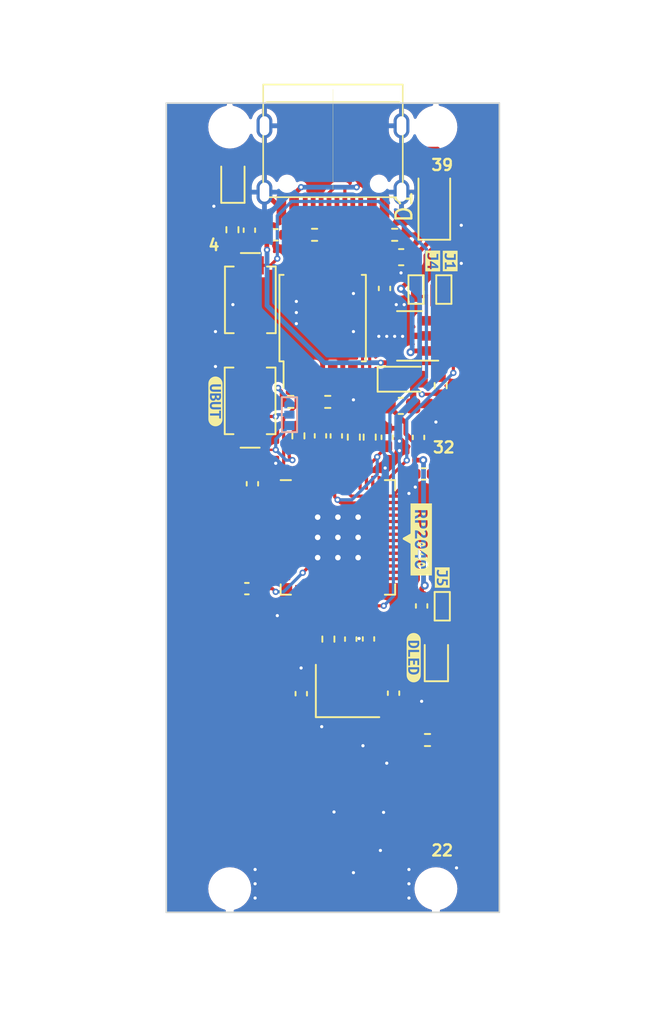
<source format=kicad_pcb>
(kicad_pcb (version 20221018) (generator pcbnew)
  (title_block (title "Mitayi Pico - PCB") (date "2023-02-20") (rev "0.5") (company "CIRCUITSTATE Electronics LLP") (comment 1 "Designed by Vishnu Mohanan") (comment 2 "Copyright 2021-2023 CIRCUITSTATE Electronics LLP") (comment 3 "Released under MIT Open-source License"))
  (layers (0 "F.Cu" signal) (31 "B.Cu" signal) (34 "B.Paste" user) (35 "F.Paste" user) (36 "B.SilkS" user "B.Silkscreen") (37 "F.SilkS" user "F.Silkscreen") (38 "B.Mask" user) (39 "F.Mask" user) (44 "Edge.Cuts" user))
  (net 0 "")
  (net 1 "+1V1")
  (net 2 "GND")
  (net 3 "+3V3")
  (net 4 "VBUS")
  (net 5 "/RUN")
  (net 6 "/XIN")
  (net 7 "Net-(U2-BP)")
  (net 8 "/USB_D+")
  (net 9 "/USB_D-")
  (net 10 "Net-(C18-Pad1)")
  (net 11 "Net-(D2-K)")
  (net 12 "/GPIO0")
  (net 13 "/GPIO1")
  (net 14 "/GPIO2")
  (net 15 "/GPIO3")
  (net 16 "/GPIO4")
  (net 17 "/GPIO5")
  (net 18 "/GPIO6")
  (net 19 "/GPIO7")
  (net 20 "/GPIO8")
  (net 21 "/GPIO9")
  (net 22 "/GPIO10")
  (net 23 "/GPIO11")
  (net 24 "/GPIO12")
  (net 25 "/GPIO13")
  (net 26 "/GPIO14")
  (net 27 "/GPIO15")
  (net 28 "/GPIO16")
  (net 29 "/GPIO17")
  (net 30 "/GPIO18")
  (net 31 "/V_EN")
  (net 32 "/~{USB_BOOT}")
  (net 33 "/AREF")
  (net 34 "/GPIO29")
  (net 35 "/GPIO28")
  (net 36 "/GPIO27")
  (net 37 "/GPIO26")
  (net 38 "/GPIO25")
  (net 39 "/GPIO24")
  (net 40 "/GPIO23")
  (net 41 "/GPIO22")
  (net 42 "/GPIO21")
  (net 43 "/GPIO20")
  (net 44 "/GPIO19")
  (net 45 "/SWCLK")
  (net 46 "/SWDIO")
  (net 47 "/QSPI_SS")
  (net 48 "/XOUT")
  (net 49 "/QSPI_SD1")
  (net 50 "/QSPI_SD2")
  (net 51 "/QSPI_SD0")
  (net 52 "/QSPI_SCLK")
  (net 53 "/QSPI_SD3")
  (net 54 "Net-(D2-A)")
  (net 55 "Net-(D3-K)")
  (net 56 "Net-(J2-CC1)")
  (net 58 "/VSYS")
  (net 59 "Net-(J2-CC2)")
  (net 61 "Net-(JP6-C)")
  (net 62 "Net-(U3-USB-DP)")
  (net 63 "Net-(U3-USB-DM)")
  (footprint "CIRCUITSTATE_Jumper_SMD:Solder-Jumper_2P_Open_0402" (layer "F.Cu") (at 154.1 95.31 -90)
    (fp_text reference "JP5" hide)
    (fp_text value "DEB_EN")
  )
  (footprint "LED_SMD:LED_0603_1608Metric" (layer "F.Cu") (at 153.73 98.55 90)
    (fp_text reference "D2" hide)
    (fp_text value "DBG_LED")
  )
  (footprint "Capacitor_SMD:C_0402_1005Metric_Pad0.74x0.62mm_HandSolder" (layer "F.Cu") (at 145.21 100.82 90)
    (fp_text reference "C17" hide)
    (fp_text value "30pF")
  )
  (footprint "Capacitor_SMD:C_0402_1005Metric_Pad0.74x0.62mm_HandSolder" (layer "F.Cu") (at 142.13 87.59 90)
    (fp_text reference "C12" hide)
    (fp_text value "100n")
  )
  (footprint "Capacitor_SMD:C_0603_1608Metric" (layer "F.Cu") (at 151.51 73.31 180)
    (fp_text reference "C13" hide)
    (fp_text value "10u")
  )
  (footprint "Capacitor_SMD:C_0402_1005Metric_Pad0.74x0.62mm_HandSolder" (layer "F.Cu") (at 141.78 94.2 180)
    (fp_text reference "C6" hide)
    (fp_text value "100n")
  )
  (footprint "Capacitor_SMD:C_0402_1005Metric_Pad0.74x0.62mm_HandSolder" (layer "F.Cu") (at 152.605 84.67 90)
    (fp_text reference "C11" hide)
    (fp_text value "100n")
  )
  (footprint "kibuzzard-632CA15B" (layer "F.Cu") (at 152.775 91.1 -90)
    (fp_text reference "kibuzzard-632CA15B" hide)
    (fp_text value "G***" hide)
  )
  (footprint "Capacitor_SMD:C_0402_1005Metric_Pad0.74x0.62mm_HandSolder" (layer "F.Cu") (at 141.94 71.61 90)
    (fp_text reference "C19" hide)
    (fp_text value "1u")
  )
  (footprint "Resistor_SMD:R_0402_1005Metric_Pad0.72x0.64mm_HandSolder" (layer "F.Cu") (at 144.55 82.43 180)
    (fp_text reference "R2" hide)
    (fp_text value "1k")
  )
  (footprint "Resistor_SMD:R_0402_1005Metric_Pad0.72x0.64mm_HandSolder" (layer "F.Cu") (at 153.17 103.74 180)
    (fp_text reference "R7" hide)
    (fp_text value "470R")
  )
  (footprint "MountingHole:MountingHole_2.2mm_M2" (layer "F.Cu") (at 153.7 113.11)
    (fp_text reference "H3" hide)
    (fp_text value "MountingHole")
  )
  (footprint "Resistor_SMD:R_0402_1005Metric_Pad0.72x0.64mm_HandSolder" (layer "F.Cu") (at 146.92 97.38 -90)
    (fp_text reference "R10" hide)
    (fp_text value "1k")
  )
  (footprint "kibuzzard-631DCDB3" (layer "F.Cu") (at 153.5 73.55 -90)
    (fp_text reference "kibuzzard-631DCDB3" hide)
    (fp_text value "G***" hide)
  )
  (footprint "Capacitor_SMD:C_0402_1005Metric_Pad0.74x0.62mm_HandSolder" (layer "F.Cu") (at 152.93 86.97)
    (fp_text reference "C10" hide)
    (fp_text value "100n")
  )
  (footprint "CIRCUITSTATE-QFN:RP2040-QFN-56" (layer "F.Cu") (at 147.52 90.97)
    (fp_text reference "U3" hide)
    (fp_text value "RP2040")
  )
  (footprint "Resistor_SMD:R_0402_1005Metric_Pad0.72x0.64mm_HandSolder" (layer "F.Cu") (at 148.525 84.65 -90)
    (fp_text reference "R5" hide)
    (fp_text value "27R")
  )
  (footprint "Capacitor_SMD:C_0402_1005Metric_Pad0.74x0.62mm_HandSolder" (layer "F.Cu") (at 149.45 97.37 -90)
    (fp_text reference "C2" hide)
    (fp_text value "100n")
  )
  (footprint "Package_SO:SOIC-8_5.23x5.23mm_P1.27mm" (layer "F.Cu") (at 146.56 77.15 90)
    (fp_text reference "U1" hide)
    (fp_text value "W25Q128JVS")
  )
  (footprint "Capacitor_SMD:C_0402_1005Metric_Pad0.74x0.62mm_HandSolder" (layer "F.Cu") (at 147.42 84.575 90)
    (fp_text reference "C5" hide)
    (fp_text value "1u")
  )
  (footprint "Resistor_SMD:R_0402_1005Metric_Pad0.72x0.64mm_HandSolder" (layer "F.Cu") (at 146.88 82.43 180)
    (fp_text reference "R1" hide)
    (fp_text value "DNP")
  )
  (footprint "Capacitor_SMD:C_0402_1005Metric_Pad0.74x0.62mm_HandSolder" (layer "F.Cu") (at 150.63 84.66 90)
    (fp_text reference "C4" hide)
    (fp_text value "1u")
  )
  (footprint "Capacitor_SMD:C_0402_1005Metric_Pad0.74x0.62mm_HandSolder" (layer "F.Cu") (at 143.61 71.9)
    (fp_text reference "C1" hide)
    (fp_text value "100n")
  )
  (footprint "CIRCUITSTATE_Jumper_SMD:Solder-Jumper_2P_Open_0402" (layer "F.Cu") (at 154.2 75.35 90)
    (fp_text reference "JP1" hide)
    (fp_text value "AREF_SEL")
  )
  (footprint "Resistor_SMD:R_0402_1005Metric_Pad0.72x0.64mm_HandSolder" (layer "F.Cu") (at 154 81.41 -90)
    (fp_text reference "R9" hide)
    (fp_text value "10K")
  )
  (footprint "Capacitor_SMD:C_0402_1005Metric_Pad0.74x0.62mm_HandSolder" (layer "F.Cu") (at 148.33 97.38 90)
    (fp_text reference "C9" hide)
    (fp_text value "100n")
  )
  (footprint "Capacitor_SMD:C_0402_1005Metric_Pad0.74x0.62mm_HandSolder" (layer "F.Cu") (at 152.8 95.29 -90)
    (fp_text reference "C8" hide)
    (fp_text value "100n")
  )
  (footprint "Capacitor_SMD:C_0603_1608Metric" (layer "F.Cu") (at 151.49 82.68)
    (fp_text reference "C15" hide)
    (fp_text value "10u")
  )
  (footprint "MountingHole:MountingHole_2.2mm_M2" (layer "F.Cu") (at 140.7 113.11)
    (fp_text reference "H2" hide)
    (fp_text value "MountingHole")
  )
  (footprint "CIRCUITSTATE_Connector_USB:Korean-Hroparts-Elec_TYPE-C-31-M-12" (layer "F.Cu") (at 147.21 65.03 180)
    (fp_text reference "J2" hide)
    (fp_text value "USB_C_Receptacle_USB2.0")
  )
  (footprint "Capacitor_SMD:C_0402_1005Metric_Pad0.74x0.62mm_HandSolder" (layer "F.Cu") (at 150.46 75.28 90)
    (fp_text reference "C16" hide)
    (fp_text value "470pF")
  )
  (footprint "CIRCUITSTATE_Jumper_SMD:Solder-Jumper_2P_Open_0402" (layer "F.Cu") (at 152.45 75.35 -90)
    (fp_text reference "JP4" hide)
    (fp_text value "VR1_CE")
  )
  (footprint "Resistor_SMD:R_0402_1005Metric_Pad0.72x0.64mm_HandSolder" (layer "F.Cu") (at 146.05 71.9 180)
    (fp_text reference "R4" hide)
    (fp_text value "5.1K")
  )
  (footprint "Crystal:Crystal_SMD_3225-4Pin_3.2x2.5mm" (layer "F.Cu") (at 148.13 100.65)
    (fp_text reference "Y1" hide)
    (fp_text value "YIC-12M20P2/XT324-10/10")
  )
  (footprint "Resistor_SMD:R_0402_1005Metric_Pad0.72x0.64mm_HandSolder" (layer "F.Cu") (at 140.87 71.58 90)
    (fp_text reference "R8" hide)
    (fp_text value "470R")
  )
  (footprint "Diode_SMD:D_SOD-123F" (layer "F.Cu") (at 153.6 70 90)
    (fp_text reference "D1")
    (fp_text value "PMEG4005EJ")
  )
  (footprint "LED_SMD:LED_0603_1608Metric" (layer "F.Cu") (at 140.9 68.4 90)
    (fp_text reference "D3" hide)
    (fp_text value "POW_LED")
  )
  (footprint "MountingHole:MountingHole_2.2mm_M2" (layer "F.Cu") (at 153.7 65.11)
    (fp_text reference "H4" hide)
    (fp_text value "MountingHole")
  )
  (footprint "kibuzzard-631DCE60" (layer "F.Cu") (at 154.1 93.5 -90)
    (fp_text reference "kibuzzard-631DCE60" hide)
    (fp_text value "G***" hide)
  )
  (footprint "MountingHole:MountingHole_2.2mm_M2" (layer "F.Cu") (at 140.7 65.11)
    (fp_text reference "H1" hide)
    (fp_text value "MountingHole")
  )
  (footprint "CIRCUITSTATE_Switch_SMD:CK_SW_SPST_UK-B0273-SP25Y" (layer "F.Cu") (at 142 76 -90)
    (fp_text reference "SW1" hide)
    (fp_text value "Reset")
  )
  (footprint "Capacitor_SMD:C_0402_1005Metric_Pad0.74x0.62mm_HandSolder" (layer "F.Cu") (at 151.03 100.79 -90)
    (fp_text reference "C18" hide)
    (fp_text value "30pF")
  )
  (footprint "kibuzzard-631DCCA6" (layer "F.Cu") (at 139.8 82.4 -90)
    (fp_text reference "kibuzzard-631DCCA6" hide)
    (fp_text value "G***" hide)
  )
  (footprint "Capacitor_SMD:C_0402_1005Metric_Pad0.74x0.62mm_HandSolder" (layer "F.Cu") (at 146.42 84.57 90)
    (fp_text reference "C7" hide)
    (fp_text value "100n")
  )
  (footprint "Resistor_SMD:R_0402_1005Metric_Pad0.72x0.64mm_HandSolder" (layer "F.Cu") (at 149.525 84.65 -90)
    (fp_text reference "R6" hide)
    (fp_text value "27R")
  )
  (footprint "kibuzzard-631DCD0C" (layer "F.Cu") (at 152.3 98.55 -90)
    (fp_text reference "kibuzzard-631DCD0C" hide)
    (fp_text value "G***" hide)
  )
  (footprint "Capacitor_Tantalum_SMD:CP_EIA-2012-12_Kemet-R" (layer "F.Cu") (at 151.735 81)
    (fp_text reference "C14" hide)
    (fp_text value "2.2uF")
  )
  (footprint "Resistor_SMD:R_0402_1005Metric_Pad0.72x0.64mm_HandSolder" (layer "F.Cu") (at 151.1 71.9)
    (fp_text reference "R3" hide)
    (fp_text value "5.1K")
  )
  (footprint "Package_TO_SOT_SMD:SOT-23-5" (layer "F.Cu") (at 152.05 78.27 180)
    (fp_text reference "U2" hide)
    (fp_text value "MIC5219-3.3YM5")
  )
  (footprint "Resistor_SMD:R_0402_1005Metric_Pad0.72x0.64mm_HandSolder" (layer "F.Cu") (at 145.03 84.57 -90)
    (fp_text reference "R11" hide)
    (fp_text value "5.1K")
  )
  (footprint "CIRCUITSTATE_Switch_SMD:CK_SW_SPST_UK-B0273-SP25Y" (layer "F.Cu") (at 141.985 82.365 90)
    (fp_text reference "SW2" hide)
    (fp_text value "UBUT")
  )
  (footprint "kibuzzard-631DCDA0" (layer "F.Cu") (at 154.6 73.55 -90)
    (fp_text reference "kibuzzard-631DCDA0" hide)
    (fp_text value "G***" hide)
  )
  (footprint "CIRCUITSTATE_Jumper_SMD:Solder-Jumper_3P_Open_0402" (layer "B.Cu") (at 144.465 83.235 -90)
    (fp_text reference "JP6" hide)
    (fp_text value "UBUT_SEL")
  )
  (footprint "LOGO" (layer "B.Cu") (at 146.9 71.9 180)
    (fp_text reference "G***" hide)
    (fp_text value "LOGO" hide)
  )
  (gr_line (start 136.7 63.6) (end 157.7 63.6) (stroke (width 0.1)) (layer "Edge.Cuts"))
  (gr_line (start 157.7 114.6) (end 136.7 114.6) (stroke (width 0.1)) (layer "Edge.Cuts"))
  (gr_line (start 157.7 63.6) (end 157.7 114.6) (stroke (width 0.1)) (layer "Edge.Cuts"))
  (gr_line (start 136.7 114.6) (end 136.7 63.6) (stroke (width 0.1)) (layer "Edge.Cuts"))
  (gr_text "39" (at 154.1 67.5) (layer "F.SilkS") (effects (font (size 0.7 0.7))))
  (gr_text "32" (at 154.2 85.3) (layer "F.SilkS") (effects (font (size 0.7 0.7))))
  (gr_text "22" (at 154.1 110.7) (layer "F.SilkS") (effects (font (size 0.7 0.7))))
  (gr_text "4" (at 139.7 72.55) (layer "F.SilkS") (effects (font (size 0.7 0.7))))
  (gr_text "▼" (at 152.05 91.05 270) (layer "F.SilkS") (effects (font (size 0.8 0.8))))
  (segment (start 149.6 92.465736) (end 149.6 89.2) (width 0.2) (layer "F.Cu") (net 1))
  (segment (start 149.2 88.8) (end 147.7 88.8) (width 0.2) (layer "F.Cu") (net 1))
  (segment (start 149.6 89.2) (end 149.2 88.8) (width 0.2) (layer "F.Cu") (net 1))
  (segment (start 150 85.9) (end 150 85.8575) (width 0.2) (layer "F.Cu") (net 1))
  (segment (start 147.32 87.5325) (end 147.32 88.42) (width 0.2) (layer "F.Cu") (net 1))
  (segment (start 149.32 86.58) (end 149.32 87.5325) (width 0.2) (layer "F.Cu") (net 1))
  (segment (start 147.7 88.8) (end 147.5 88.6) (width 0.2) (layer "F.Cu") (net 1))
  (segment (start 150 85.8575) (end 150.63 85.2275) (width 0.2) (layer "F.Cu") (net 1))
  (segment (start 150 85.9) (end 149.32 86.58) (width 0.2) (layer "F.Cu") (net 1))
  (segment (start 148.12 94.4075) (end 148.12 93.945736) (width 0.2) (layer "F.Cu") (net 1))
  (segment (start 148.12 95.36727) (end 148.12 94.4075) (width 0.2) (layer "F.Cu") (net 1))
  (segment (start 148.12 93.945736) (end 149.6 92.465736) (width 0.2) (layer "F.Cu") (net 1))
  (segment (start 149.45 96.69727) (end 148.12 95.36727) (width 0.2) (layer "F.Cu") (net 1))
  (segment (start 147.32 88.42) (end 147.5 88.6) (width 0.2) (layer "F.Cu") (net 1))
  (via (at 150 85.9) (size 0.4) (drill 0.2) (layers "F.Cu" "B.Cu") (net 1))
  (via (at 147.5 88.6) (size 0.4) (drill 0.2) (layers "F.Cu" "B.Cu") (net 1))
  (segment (start 148.4 88.6) (end 147.5 88.6) (width 0.2) (layer "B.Cu") (net 1))
  (segment (start 150 85.9) (end 150 87) (width 0.2) (layer "B.Cu") (net 1))
  (segment (start 150 87) (end 148.4 88.6) (width 0.2) (layer "B.Cu") (net 1))
  (segment (start 150.63 83.93) (end 150 83.3) (width 0.3) (layer "F.Cu") (net 2))
  (segment (start 146.52 94.4075) (end 146.52 95.68) (width 0.2) (layer "F.Cu") (net 2))
  (segment (start 152.265 82.68) (end 152.265 81.3575) (width 0.4) (layer "F.Cu") (net 2))
  (segment (start 145.2 97) (end 145.2 99.2) (width 0.2) (layer "F.Cu") (net 2))
  (segment (start 144.11 70.13) (end 143.81 70.13) (width 0.3) (layer "F.Cu") (net 2))
  (segment (start 153.1875 78.27) (end 151.63 78.27) (width 0.4) (layer "F.Cu") (net 2))
  (segment (start 146.52 95.68) (end 145.2 97) (width 0.2) (layer "F.Cu") (net 2))
  (segment (start 151.63 78.27) (end 151.6 78.3) (width 0.4) (layer "F.Cu") (net 2))
  (segment (start 152.265 81.3575) (end 152.6225 81) (width 0.4) (layer "F.Cu") (net 2))
  (segment (start 143.81 70.13) (end 142.89 69.21) (width 0.3) (layer "F.Cu") (net 2))
  (segment (start 140.87 72.1125) (end 141.94 71.0425) (width 0.3) (layer "F.Cu") (net 2))
  (segment (start 148.85625 97.34375) (end 149.45 97.9375) (width 0.3) (layer "F.Cu") (net 2))
  (segment (start 150.735 73.535) (end 151.5 74.3) (width 0.4) (layer "F.Cu") (net 2))
  (segment (start 148.33 96.8175) (end 148.85625 97.34375) (width 0.3) (layer "F.Cu") (net 2))
  (via (at 152 112.8) (size 0.4) (drill 0.2) (layers "F.Cu" "B.Cu") (net 2))
  (via (at 152.4 87.8) (size 0.4) (drill 0.2) (layers "F.Cu" "B.Cu") (net 2))
  (via (at 146.5 102.9) (size 0.4) (drill 0.2) (layers "F.Cu" "B.Cu") (net 2))
  (via (at 155.3 73.7) (size 0.4) (drill 0.2) (layers "F.Cu" "B.Cu") (net 2))
  (via (at 142.3 113.7) (size 0.4) (drill 0.2) (layers "F.Cu" "B.Cu") (net 2))
  (via (at 151.7 76.3) (size 0.4) (drill 0.2) (layers "F.Cu" "B.Cu") (net 2))
  (via (at 151.4 85.5) (size 0.4) (drill 0.2) (layers "F.Cu" "B.Cu") (net 2))
  (via (at 150.6 105.2) (size 0.4) (drill 0.2) (layers "F.Cu" "B.Cu") (net 2))
  (via (at 151.6 78.3) (size 0.4) (drill 0.2) (layers "F.Cu" "B.Cu") (net 2))
  (via (at 150.5 86.6) (size 0.4) (drill 0.2) (layers "F.Cu" "B.Cu") (net 2))
  (via (at 153.7 83.7) (size 0.4) (drill 0.2) (layers "F.Cu" "B.Cu") (net 2))
  (via (at 149.1 104.1) (size 0.4) (drill 0.2) (layers "F.Cu" "B.Cu") (net 2))
  (via (at 148.5 78) (size 0.4) (drill 0.2) (layers "F.Cu" "B.Cu") (net 2))
  (via (at 144.9 76.8) (size 0.4) (drill 0.2) (layers "F.Cu" "B.Cu") (net 2))
  (via (at 150.2 110.7) (size 0.4) (drill 0.2) (layers "F.Cu" "B.Cu") (net 2))
  (via (at 150.4 108.3) (size 0.4) (drill 0.2) (layers "F.Cu" "B.Cu") (net 2))
  (via (at 140.9 76.3) (size 0.4) (drill 0.2) (layers "F.Cu" "B.Cu") (net 2))
  (via (at 143.6 86.3) (size 0.4) (drill 0.2) (layers "F.Cu" "B.Cu") (net 2))
  (via (at 151.4 84.9) (size 0.4) (drill 0.2) (layers "F.Cu" "B.Cu") (net 2))
  (via (at 139.7 70.1) (size 0.4) (drill 0.2) (layers "F.Cu" "B.Cu") (net 2))
  (via (at 152 113.7) (size 0.4) (drill 0.2) (layers "F.Cu" "B.Cu") (net 2))
  (via (at 152.8 101.3) (size 0.4) (drill 0.2) (layers "F.Cu" "B.Cu") (net 2))
  (via (at 148.85625 97.34375) (size 0.4) (drill 0.2) (layers "F.Cu" "B.Cu") (net 2))
  (via (at 150.6 78.3) (size 0.4) (drill 0.2) (layers "F.Cu" "B.Cu") (net 2))
  (via (at 148.5 112.1) (size 0.4) (drill 0.2) (layers "F.Cu" "B.Cu") (net 2))
  (via (at 151.5 74.3) (size 0.4) (drill 0.2) (layers "F.Cu" "B.Cu") (net 2))
  (via (at 139.8 80.2) (size 0.4) (drill 0.2) (layers "F.Cu" "B.Cu") (net 2))
  (via (at 151.1 78.3) (size 0.4) (drill 0.2) (layers "F.Cu" "B.Cu") (net 2))
  (via (at 144.9 76.1) (size 0.4) (drill 0.2) (layers "F.Cu" "B.Cu") (net 2))
  (via (at 145.2 99.2) (size 0.4) (drill 0.2) (layers "F.Cu" "B.Cu") (net 2))
  (via (at 148.5 82.3) (size 0.4) (drill 0.2) (layers "F.Cu" "B.Cu") (net 2))
  (via (at 150.1 78.3) (size 0.4) (drill 0.2) (layers "F.Cu" "B.Cu") (net 2))
  (via (at 155.3 71.3) (size 0.4) (drill 0.2) (layers "F.Cu" "B.Cu") (net 2))
  (via (at 144.9 77.5) (size 0.4) (drill 0.2) (layers "F.Cu" "B.Cu") (net 2))
  (via (at 147.275 108.275) (size 0.4) (drill 0.2) (layers "F.Cu" "B.Cu") (net 2))
  (via (at 142.3 112.8) (size 0.4) (drill 0.2) (layers "F.Cu" "B.Cu") (net 2))
  (via (at 152 111.9) (size 0.4) (drill 0.2) (layers "F.Cu" "B.Cu") (net 2))
  (via (at 142.3 111.9) (size 0.4) (drill 0.2) (layers "F.Cu" "B.Cu") (net 2))
  (via (at 139.8 78) (size 0.4) (drill 0.2) (layers "F.Cu" "B.Cu") (net 2))
  (via (at 148.5 75.6) (size 0.4) (drill 0.2) (layers "F.Cu" "B.Cu") (net 2))
  (via (at 151.2 76.3) (size 0.4) (drill 0.2) (layers "F.Cu" "B.Cu") (net 2))
  (via (at 143.7 95.9) (size 0.4) (drill 0.2) (layers "F.Cu" "B.Cu") (net 2))
  (via (at 155 111.8) (size 0.4) (drill 0.2) (layers "F.Cu" "B.Cu") (net 2))
  (via (at 152 88.2) (size 0.4) (drill 0.2) (layers "F.Cu" "B.Cu") (net 2))
  (segment (start 151.9 98.7) (end 152 98.6) (width 0.3) (layer "F.Cu") (net 3))
  (segment (start 147.72 87.5325) (end 148.12 87.5325) (width 0.2) (layer "F.Cu") (net 3))
  (segment (start 145.7625 85.1375) (end 145.7625 83.4375) (width 0.3) (layer "F.Cu") (net 3))
  (segment (start 146.42 85.1375) (end 147.415 85.1375) (width 0.3) (layer "F.Cu") (net 3))
  (segment (start 146.42 85.1375) (end 145.7625 85.1375) (width 0.3) (layer "F.Cu") (net 3))
  (segment (start 151.0125 79.9625) (end 150.2189 79.9625) (width 0.3) (layer "F.Cu") (net 3))
  (segment (start 144.87 91.97) (end 144.87 92.12) (width 0.2) (layer "F.Cu") (net 3))
  (segment (start 150.9575 91.97) (end 150.22 91.97) (width 0.2) (layer "F.Cu") (net 3))
  (segment (start 151.8 98.8) (end 151.9 98.7) (width 0.3) (layer "F.Cu") (net 3))
  (segment (start 142.7875 87.5) (end 142.13 88.1575) (width 0.2) (layer "F.Cu") (net 3))
  (segment (start 151.0125 79.9625) (end 151.0125 80.835) (width 0.3) (layer "F.Cu") (net 3))
  (segment (start 147.2 93.4) (end 147.72 93.92) (width 0.2) (layer "F.Cu") (net 3))
  (segment (start 151.8 83.765) (end 151.8 84.4325) (width 0.3) (layer "F.Cu") (net 3))
  (segment (start 154.4 79.6) (end 154.4 77.233604) (width 0.3) (layer "F.Cu") (net 3))
  (segment (start 154.0375 79.9625) (end 154.0375 80.775) (width 0.3) (layer "F.Cu") (net 3))
  (segment (start 149.72 87.5325) (end 149.72 88.32) (width 0.2) (layer "F.Cu") (net 3))
  (segment (start 150.9575 88.37) (end 152.3575 86.97) (width 0.2) (layer "F.Cu") (net 3))
  (segment (start 141.2125 67.6125) (end 141.9 68.3) (width 0.3) (layer "F.Cu") (net 3))
  (segment (start 151.8 84.4325) (end 152.605 85.2375) (width 0.3) (layer "F.Cu") (net 3))
  (segment (start 150.715 82.68) (end 151.8 83.765) (width 0.3) (layer "F.Cu") (net 3))
  (segment (start 153.5 76.333604) (end 153.5 75.1) (width 0.3) (layer "F.Cu") (net 3))
  (segment (start 150 88.5) (end 149.87 88.37) (width 0.2) (layer "F.Cu") (net 3))
  (segment (start 146.8075 83.1) (end 147.4775 82.43) (width 0.3) (layer "F.Cu") (net 3))
  (segment (start 144.0825 87.9825) (end 143.6 87.5) (width 0.2) (layer "F.Cu") (net 3))
  (segment (start 152 98.6) (end 152 95.4) (width 0.3) (layer "F.Cu") (net 3))
  (segment (start 147.72 93.92) (end 147.72 94.4075) (width 0.2) (layer "F.Cu") (net 3))
  (segment (start 152.9695 93.973) (end 152.9695 92.811756) (width 0.2) (layer "F.Cu") (net 3))
  (segment (start 154.4 77.233604) (end 153.5 76.333604) (width 0.3) (layer "F.Cu") (net 3))
  (segment (start 147.72 94.4075) (end 147.72 97.62) (width 0.2) (layer "F.Cu") (net 3))
  (segment (start 148.33 97.9475) (end 149.1825 98.8) (width 0.3) (layer "F.Cu") (net 3))
  (segment (start 151.0125 79.9625) (end 154.0375 79.9625) (width 0.3) (layer "F.Cu") (net 3))
  (segment (start 152.3625 85.48) (end 152.3625 86.0625) (width 0.3) (layer "F.Cu") (net 3))
  (segment (start 144.87 92.12) (end 145.625 92.875) (width 0.2) (layer "F.Cu") (net 3))
  (segment (start 145.7625 83.4375) (end 146.1 83.1) (width 0.3) (layer "F.Cu") (net 3))
  (segment (start 152.605 85.2375) (end 152.3625 85.48) (width 0.3) (layer "F.Cu") (net 3))
  (segment (start 152.8 94.1965) (end 152.8 94.7225) (width 0.3) (layer "F.Cu") (net 3))
  (segment (start 147.72 87.5325) (end 147.72 85.4425) (width 0.2) (layer "F.Cu") (net 3))
  (segment (start 148.37 88.37) (end 149.77 88.37) (width 0.2) (layer "F.Cu") (net 3))
  (segment (start 149.72 88.32) (end 149.77 88.37) (width 0.2) (layer "F.Cu") (net 3))
  (segment (start 154.0375 79.9625) (end 154.4 79.6) (width 0.3) (layer "F.Cu") (net 3))
  (segment (start 152 95.4) (end 152.6775 94.7225) (width 0.3) (layer "F.Cu") (net 3))
  (segment (start 150 91.75) (end 150 88.5) (width 0.2) (layer "F.Cu") (net 3))
  (segment (start 145.7625 85.1375) (end 145.06 85.1375) (width 0.3) (layer "F.Cu") (net 3))
  (segment (start 150.22 91.97) (end 150 91.75) (width 0.2) (layer "F.Cu") (net 3))
  (segment (start 153.5 75.1) (end 153.69 74.91) (width 0.3) (layer "F.Cu") (net 3))
  (segment (start 147.72 85.4425) (end 147.42 85.1425) (width 0.2) (layer "F.Cu") (net 3))
  (segment (start 143.6 87.5) (end 142.7875 87.5) (width 0.2) (layer "F.Cu") (net 3))
  (segment (start 148.12 88.12) (end 148.37 88.37) (width 0.2) (layer "F.Cu") (net 3))
  (segment (start 153.69 74.91) (end 154.2 74.91) (width 0.3) (layer "F.Cu") (net 3))
  (segment (start 148.0475 97.9475) (end 148.33 97.9475) (width 0.2) (layer "F.Cu") (net 3))
  (segment (start 143.0425 71.0425) (end 143.0425 71.9) (width 0.3) (layer "F.Cu") (net 3))
  (segment (start 141.9 68.3) (end 141.9 69.9) (width 0.3) (layer "F.Cu") (net 3))
  (segment (start 144.87 88.57) (end 144.67 88.37) (width 0.2) (layer "F.Cu") (net 3))
  (segment (start 149.77 88.37) (end 149.87 88.37) (width 0.2) (layer "F.Cu") (net 3))
  (segment (start 151.0125 79.32) (end 151.0125 79.9625) (width 0.3) (layer "F.Cu") (net 3))
  (segment (start 148.12 87.5325) (end 148.12 88.12) (width 0.2) (layer "F.Cu") (net 3))
  (segment (start 144.0825 88.37) (end 144.0825 87.9825) (width 0.2) (layer "F.Cu") (net 3))
  (segment (start 145.625 92.875) (end 146.15 93.4) (width 0.2) (layer "F.Cu") (net 3))
  (segment (start 150.8475 81) (end 150.8475 82.5475) (width 0.3) (layer "F.Cu") (net 3))
  (segment (start 143.4 94.2) (end 143.6 94.4) (width 0.2) (layer "F.Cu") (net 3))
  (segment (start 144.67 88.37) (end 144.0825 88.37) (width 0.2) (layer "F.Cu") (net 3))
  (segment (start 147.72 97.62) (end 148.0475 97.9475) (width 0.2) (layer "F.Cu") (net 3))
  (segment (start 149.1825 98.8) (end 151.8 98.8) (width 0.3) (layer "F.Cu") (net 3))
  (segment (start 152.9695 92.811756) (end 152.127744 91.97) (width 0.2) (layer "F.Cu") (net 3))
  (segment (start 141.9 69.9) (end 143.0425 71.0425) (width 0.3) (layer "F.Cu") (net 3))
  (segment (start 145.3 93.2) (end 145.625 92.875) (width 0.2) (layer "F.Cu") (net 3))
  (segment (start 144.87 91.97) (end 144.0825 91.97) (width 0.2) (layer "F.Cu") (net 3))
  (segment (start 149.87 88.37) (end 150.9575 88.37) (width 0.2) (layer "F.Cu") (net 3))
  (segment (start 152.127744 91.97) (end 150.9575 91.97) (width 0.2) (layer "F.Cu") (net 3))
  (segment (start 152.9965 94) (end 152.8 94.1965) (width 0.3) (layer "F.Cu") (net 3))
  (segment (start 152.3625 86.0625) (end 152.3625 86.97) (width 0.3) (layer "F.Cu") (net 3))
  (segment (start 144.87 91.97) (end 144.87 88.57) (width 0.2) (layer "F.Cu") (net 3))
  (segment (start 152.4 86.1) (end 152.3625 86.0625) (width 0.3) (layer "F.Cu") (net 3))
  (segment (start 152.9 86.1) (end 152.4 86.1) (width 0.3) (layer "F.Cu") (net 3))
  (segment (start 142.3475 94.2) (end 143.4 94.2) (width 0.2) (layer "F.Cu") (net 3))
  (segment (start 152.9965 94) (end 152.9695 93.973) (width 0.2) (layer "F.Cu") (net 3))
  (segment (start 146.15 93.4) (end 147.2 93.4) (width 0.2) (layer "F.Cu") (net 3))
  (segment (start 146.1 83.1) (end 146.8075 83.1) (width 0.3) (layer "F.Cu") (net 3))
  (segment (start 143.0425 72.8369) (end 143.0528 72.8472) (width 0.3) (layer "F.Cu") (net 3))
  (segment (start 143.0425 71.9) (end 143.0425 72.8369) (width 0.3) (layer "F.Cu") (net 3))
  (via (at 145.3 93.2) (size 0.4) (drill 0.2) (layers "F.Cu" "B.Cu") (net 3))
  (via (at 152.9965 94) (size 0.508) (drill 0.254) (layers "F.Cu" "B.Cu") (net 3))
  (via (at 143.0528 72.8472) (size 0.4) (drill 0.2) (layers "F.Cu" "B.Cu") (net 3))
  (via (at 150.2189 79.9625) (size 0.4) (drill 0.2) (layers "F.Cu" "B.Cu") (net 3))
  (via (at 143.6 94.4) (size 0.4) (drill 0.2) (layers "F.Cu" "B.Cu") (net 3))
  (via (at 152.9 86.1) (size 0.508) (drill 0.254) (layers "F.Cu" "B.Cu") (net 3))
  (segment (start 144.1 94.4) (end 145.3 93.2) (width 0.2) (layer "B.Cu") (net 3))
  (segment (start 152.92 86.12) (end 152.9 86.1) (width 0.3) (layer "B.Cu") (net 3))
  (segment (start 152.92 93.9235) (end 152.92 86.12) (width 0.3) (layer "B.Cu") (net 3))
  (segment (start 143.6 94.4) (end 144.1 94.4) (width 0.2) (layer "B.Cu") (net 3))
  (segment (start 146.655393 79.9625) (end 143.0528 76.359907) (width 0.3) (layer "B.Cu") (net 3))
  (segment (start 150.2189 79.9625) (end 146.655393 79.9625) (width 0.3) (layer "B.Cu") (net 3))
  (segment (start 152.9965 94) (end 152.92 93.9235) (width 0.3) (layer "B.Cu") (net 3))
  (segment (start 143.0528 76.359907) (end 143.0528 72.8472) (width 0.3) (layer "B.Cu") (net 3))
  (segment (start 149 66.5) (end 153.8 66.5) (width 0.3) (layer "F.Cu") (net 4))
  (segment (start 144.61 69.49) (end 145.2 68.9) (width 0.3) (layer "F.Cu") (net 4))
  (segment (start 144.61 70.13) (end 144.61 69.49) (width 0.3) (layer "F.Cu") (net 4))
  (segment (start 153.6 68.75) (end 153.6 66.7) (width 0.3) (layer "F.Cu") (net 4))
  (segment (start 148.7 68.9) (end 148.9 68.7) (width 0.3) (layer "F.Cu") (net 4))
  (segment (start 153.6 66.7) (end 153.8 66.5) (width 0.3) (layer "F.Cu") (net 4))
  (segment (start 149.81 70.13) (end 149.81 69.51) (width 0.3) (layer "F.Cu") (net 4))
  (segment (start 149.81 69.51) (end 149.05 68.75) (width 0.3) (layer "F.Cu") (net 4))
  (segment (start 148.51 68.21) (end 148.51 66.99) (width 0.3) (layer "F.Cu") (net 4))
  (segment (start 149.05 68.75) (end 148.51 68.21) (width 0.3) (layer "F.Cu") (net 4))
  (segment (start 148.51 66.99) (end 149 66.5) (width 0.3) (layer "F.Cu") (net 4))
  (segment (start 149 68.7) (end 149.05 68.75) (width 0.3) (layer "F.Cu") (net 4))
  (segment (start 148.9 68.7) (end 149 68.7) (width 0.3) (layer "F.Cu") (net 4))
  (via (at 145.2 68.9) (size 0.4) (drill 0.2) (layers "F.Cu" "B.Cu") (net 4))
  (via (at 148.7 68.9) (size 0.4) (drill 0.2) (layers "F.Cu" "B.Cu") (net 4))
  (segment (start 145.2 68.9) (end 148.7 68.9) (width 0.3) (layer "B.Cu") (net 4))
  (segment (start 149.519746 95.282094) (end 150.411781 95.282094) (width 0.2) (layer "F.Cu") (net 5))
  (segment (start 141.94 72.1775) (end 141.94 73.765) (width 0.2) (layer "F.Cu") (net 5))
  (segment (start 152.8145 81.95011) (end 153.94261 81.95011) (width 0.2) (layer "F.Cu") (net 5))
  (segment (start 143.275 73.825) (end 143.7 73.4) (width 0.2) (layer "F.Cu") (net 5))
  (segment (start 149.32 94.4075) (end 149.32 95.082348) (width 0.2) (layer "F.Cu") (net 5))
  (segment (start 142 73.825) (end 143.275 73.825) (width 0.2) (layer "F.Cu") (net 5))
  (segment (start 149.32 95.082348) (end 149.519746 95.282094) (width 0.2) (layer "F.Cu") (net 5))
  (via (at 143.7 73.4) (size 0.4) (drill 0.2) (layers "F.Cu" "B.Cu") (net 5))
  (via (at 150.411781 95.282094) (size 0.4) (drill 0.2) (layers "F.Cu" "B.Cu") (net 5))
  (via (at 152.8145 81.95011) (size 0.4) (drill 0.2) (layers "F.Cu" "B.Cu") (net 5))
  (segment (start 150.1 69.8) (end 153.1 72.8) (width 0.2) (layer "B.Cu") (net 5))
  (segment (start 144.6 69.8) (end 150.1 69.8) (width 0.2) (layer "B.Cu") (net 5))
  (segment (start 151.0195 85.755897) (end 150.8 85.536397) (width 0.2) (layer "B.Cu") (net 5))
  (segment (start 150.411781 95.282094) (end 151.0195 94.674375) (width 0.2) (layer "B.Cu") (net 5))
  (segment (start 152.423 81.557) (end 152.8145 81.9485) (width 0.2) (layer "B.Cu") (net 5))
  (segment (start 151.0195 94.674375) (end 151.0195 85.755897) (width 0.2) (layer "B.Cu") (net 5))
  (segment (start 153.1 79.4) (end 153.1088 79.4088) (width 0.2) (layer "B.Cu") (net 5))
  (segment (start 153.1 72.8) (end 153.1 79.4) (width 0.2) (layer "B.Cu") (net 5))
  (segment (start 152.8145 81.9485) (end 152.8145 81.95011) (width 0.2) (layer "B.Cu") (net 5))
  (segment (start 152.423 81.557) (end 153.1088 80.8712) (width 0.2) (layer "B.Cu") (net 5))
  (segment (start 143.7 70.7) (end 144.6 69.8) (width 0.2) (layer "B.Cu") (net 5))
  (segment (start 153.1088 79.4088) (end 153.1088 80.8712) (width 0.2) (layer "B.Cu") (net 5))
  (segment (start 150.8 83.18) (end 152.423 81.557) (width 0.2) (layer "B.Cu") (net 5))
  (segment (start 143.7 73.4) (end 143.7 70.7) (width 0.2) (layer "B.Cu") (net 5))
  (segment (start 150.8 85.536397) (end 150.8 83.18) (width 0.2) (layer "B.Cu") (net 5))
  (segment (start 145.9 101.3) (end 146 101.2) (width 0.2) (layer "F.Cu") (net 6))
  (segment (start 146 101.2) (end 146 96.7) (width 0.2) (layer "F.Cu") (net 6))
  (segment (start 146.92 95.78) (end 146.92 94.4075) (width 0.2) (layer "F.Cu") (net 6))
  (segment (start 146.83 101.3) (end 145.9 101.3) (width 0.2) (layer "F.Cu") (net 6))
  (segment (start 146 96.7) (end 146.92 95.78) (width 0.2) (layer "F.Cu") (net 6))
  (segment (start 145.9 101.3) (end 145.2975 101.3) (width 0.2) (layer "F.Cu") (net 6))
  (segment (start 150.9125 77.32) (end 150.65 77.0575) (width 0.3) (layer "F.Cu") (net 7))
  (segment (start 150.65 77.0575) (end 150.65 76.0375) (width 0.3) (layer "F.Cu") (net 7))
  (segment (start 150.65 76.0375) (end 150.46 75.8475) (width 0.3) (layer "F.Cu") (net 7))
  (segment (start 147.485 71.185) (end 149.074999 72.774999) (width 0.2) (layer "F.Cu") (net 8))
  (segment (start 146.685 71.185) (end 147.485 71.185) (width 0.2) (layer "F.Cu") (net 8))
  (segment (start 149.074999 83.502501) (end 148.525 84.0525) (width 0.2) (layer "F.Cu") (net 8))
  (segment (start 149.074999 72.774999) (end 149.074999 83.502501) (width 0.2) (layer "F.Cu") (net 8))
  (segment (start 146.46 70.96) (end 146.685 71.185) (width 0.2) (layer "F.Cu") (net 8))
  (segment (start 147.485 70.73) (end 147.485 71.185) (width 0.2) (layer "F.Cu") (net 8))
  (segment (start 146.46 70.13) (end 146.46 70.96) (width 0.2) (layer "F.Cu") (net 8))
  (segment (start 147.96 70.13) (end 147.96 71.06) (width 0.2) (layer "F.Cu") (net 9))
  (segment (start 147.355 68.86) (end 147.96 68.86) (width 0.2) (layer "F.Cu") (net 9))
  (segment (start 147.96 68.86) (end 147.96 70.13) (width 0.2) (layer "F.Cu") (net 9))
  (segment (start 146.96 69.255) (end 147.355 68.86) (width 0.2) (layer "F.Cu") (net 9))
  (segment (start 149.525 72.625) (end 149.525 84.0525) (width 0.2) (layer "F.Cu") (net 9))
  (segment (start 147.96 71.06) (end 149.525 72.625) (width 0.2) (layer "F.Cu") (net 9))
  (segment (start 146.96 70.13) (end 146.96 69.255) (width 0.2) (layer "F.Cu") (net 9))
  (segment (start 149.23 99.8) (end 150.6075 99.8) (width 0.2) (layer "F.Cu") (net 10))
  (segment (start 148.9 99.8) (end 147.0775 97.9775) (width 0.2) (layer "F.Cu") (net 10))
  (segment (start 150.6075 99.8) (end 151.03 100.2225) (width 0.2) (layer "F.Cu") (net 10))
  (segment (start 153.73 101.17) (end 153.73 99.3375) (width 0.2) (layer "F.Cu") (net 11))
  (segment (start 152.5725 103.74) (end 152.5725 102.3275) (width 0.2) (layer "F.Cu") (net 11))
  (segment (start 152.5725 102.3275) (end 153.73 101.17) (width 0.2) (layer "F.Cu") (net 11))
  (segment (start 144.65 86.1) (end 144.45 85.9) (width 0.2) (layer "F.Cu") (net 14))
  (segment (start 142.637599 89.57) (end 144.0825 89.57) (width 0.15) (layer "F.Cu") (net 14))
  (segment (start 144.45 84.5525) (end 145.03 83.9725) (width 0.2) (layer "F.Cu") (net 14))
  (segment (start 141.595 86.652599) (end 141.595 88.527401) (width 0.15) (layer "F.Cu") (net 14))
  (segment (start 144.45 85.9) (end 144.45 84.5525) (width 0.2) (layer "F.Cu") (net 14))
  (segment (start 143.6005 85.4505) (end 142.797099 85.4505) (width 0.15) (layer "F.Cu") (net 14))
  (segment (start 141.595 88.527401) (end 142.637599 89.57) (width 0.15) (layer "F.Cu") (net 14))
  (segment (start 142.797099 85.4505) (end 141.595 86.652599) (width 0.15) (layer "F.Cu") (net 14))
  (via (at 144.65 86.1) (size 0.4) (drill 0.2) (layers "F.Cu" "B.Cu") (net 14))
  (via (at 143.6005 85.4505) (size 0.4) (drill 0.2) (layers "F.Cu" "B.Cu") (net 14))
  (segment (start 143.6005 85.4505) (end 143.6005 84.7895) (width 0.2) (layer "B.Cu") (net 14))
  (segment (start 143.6005 84.7895) (end 144.465 83.925) (width 0.2) (layer "B.Cu") (net 14))
  (segment (start 144.25 86.1) (end 144.65 86.1) (width 0.2) (layer "B.Cu") (net 14))
  (segment (start 143.6005 85.4505) (end 144.25 86.1) (width 0.2) (layer "B.Cu") (net 14))
  (segment (start 152.45 75.79) (end 153.01 75.79) (width 0.2) (layer "F.Cu") (net 31))
  (segment (start 153.1 75.7) (end 153.1 77.2325) (width 0.2) (layer "F.Cu") (net 31))
  (segment (start 153.01 75.79) (end 153.1 75.7) (width 0.2) (layer "F.Cu") (net 31))
  (segment (start 143.9525 81.7525) (end 143.9525 82.43) (width 0.2) (layer "F.Cu") (net 32))
  (segment (start 143.75 81.55) (end 143.9525 81.7525) (width 0.2) (layer "F.Cu") (net 32))
  (via (at 143.75 81.55) (size 0.4) (drill 0.2) (layers "F.Cu" "B.Cu") (net 32))
  (segment (start 143.75 81.55) (end 143.75 81.6) (width 0.2) (layer "B.Cu") (net 32))
  (segment (start 144.465 82.315) (end 144.465 82.545) (width 0.2) (layer "B.Cu") (net 32))
  (segment (start 143.75 81.6) (end 144.465 82.315) (width 0.2) (layer "B.Cu") (net 32))
  (segment (start 154.8 80.6) (end 154.8 78.9) (width 0.2) (layer "F.Cu") (net 33))
  (segment (start 151.863 86.113898) (end 150.444398 87.5325) (width 0.2) (layer "F.Cu") (net 33))
  (segment (start 150.444398 87.5325) (end 150.12 87.5325) (width 0.2) (layer "F.Cu") (net 33))
  (segment (start 154.8 78.9) (end 156.1 77.6) (width 0.2) (layer "F.Cu") (net 33))
  (segment (start 154.29 75.79) (end 156.1 77.6) (width 0.2) (layer "F.Cu") (net 33))
  (via (at 151.863 86.113898) (size 0.4) (drill 0.2) (layers "F.Cu" "B.Cu") (net 33))
  (via (at 154.8 80.6) (size 0.4) (drill 0.2) (layers "F.Cu" "B.Cu") (net 33))
  (segment (start 151.863 86.113898) (end 151.863 83.537) (width 0.2) (layer "B.Cu") (net 33))
  (segment (start 151.863 83.537) (end 154.8 80.6) (width 0.2) (layer "B.Cu") (net 33))
  (segment (start 154.1 93.086091) (end 154.1 94.87) (width 0.15) (layer "F.Cu") (net 38))
  (segment (start 151.383909 90.37) (end 154.1 93.086091) (width 0.15) (layer "F.Cu") (net 38))
  (segment (start 150.9575 90.37) (end 151.383909 90.37) (width 0.15) (layer "F.Cu") (net 38))
  (segment (start 145.1475 82.43) (end 146.2825 82.43) (width 0.2) (layer "F.Cu") (net 47))
  (segment (start 144.1 83.4775) (end 145.1475 82.43) (width 0.2) (layer "F.Cu") (net 47))
  (segment (start 144.8825 87.5325) (end 144.1 86.75) (width 0.2) (layer "F.Cu") (net 47))
  (segment (start 144.92 87.5325) (end 144.8825 87.5325) (width 0.2) (layer "F.Cu") (net 47))
  (segment (start 144.1 86.75) (end 144.1 83.4775) (width 0.2) (layer "F.Cu") (net 47))
  (segment (start 146.92 96.7825) (end 147.32 96.3825) (width 0.2) (layer "F.Cu") (net 48))
  (segment (start 147.32 96.3825) (end 147.32 94.4075) (width 0.2) (layer "F.Cu") (net 48))
  (segment (start 154.1 96.8) (end 154.1 95.75) (width 0.2) (layer "F.Cu") (net 54))
  (segment (start 153.73 97.7625) (end 153.73 97.17) (width 0.2) (layer "F.Cu") (net 54))
  (segment (start 153.73 97.17) (end 154.1 96.8) (width 0.2) (layer "F.Cu") (net 54))
  (segment (start 140.87 70.9825) (end 140.87 69.2175) (width 0.2) (layer "F.Cu") (net 55))
  (segment (start 148.46 70.96) (end 148.46 70.13) (width 0.2) (layer "F.Cu") (net 56))
  (segment (start 149.4 71.9) (end 148.46 70.96) (width 0.2) (layer "F.Cu") (net 56))
  (segment (start 150.5025 71.9) (end 149.4 71.9) (width 0.2) (layer "F.Cu") (net 56))
  (segment (start 151.5 75.3) (end 151.89 74.91) (width 0.3) (layer "F.Cu") (net 58))
  (segment (start 152.18 79.22) (end 153.1875 79.22) (width 0.3) (layer "F.Cu") (net 58))
  (segment (start 153.6 71.995) (end 153.6 71.25) (width 0.3) (layer "F.Cu") (net 58))
  (segment (start 152.1 79.3) (end 152.18 79.22) (width 0.3) (layer "F.Cu") (net 58))
  (segment (start 151.89 74.91) (end 152.45 74.91) (width 0.3) (layer "F.Cu") (net 58))
  (segment (start 152.285 73.31) (end 153.6 71.995) (width 0.3) (layer "F.Cu") (net 58))
  (segment (start 152.285 74.745) (end 152.285 73.31) (width 0.3) (layer "F.Cu") (net 58))
  (via (at 152.1 79.3) (size 0.508) (drill 0.254) (layers "F.Cu" "B.Cu") (net 58))
  (via (at 151.5 75.3) (size 0.508) (drill 0.254) (layers "F.Cu" "B.Cu") (net 58))
  (segment (start 151.5 75.3) (end 152.2 76) (width 0.3) (layer "B.Cu") (net 58))
  (segment (start 152.2 76) (end 152.2 79.2) (width 0.3) (layer "B.Cu") (net 58))
  (segment (start 152.2 79.2) (end 152.1 79.3) (width 0.3) (layer "B.Cu") (net 58))
  (segment (start 145.46 70.96) (end 146.4 71.9) (width 0.2) (layer "F.Cu") (net 59))
  (segment (start 145.46 70.13) (end 145.46 70.96) (width 0.2) (layer "F.Cu") (net 59))
  (segment (start 142.55 83.35) (end 141.985 83.915) (width 0.2) (layer "F.Cu") (net 61))
  (segment (start 143.6005 83.35) (end 142.55 83.35) (width 0.2) (layer "F.Cu") (net 61))
  (segment (start 141.985 83.915) (end 141.985 84.54) (width 0.2) (layer "F.Cu") (net 61))
  (via (at 143.6005 83.35) (size 0.4) (drill 0.2) (layers "F.Cu" "B.Cu") (net 61))
  (segment (start 143.7155 83.235) (end 144.465 83.235) (width 0.2) (layer "B.Cu") (net 61))
  (segment (start 143.6005 83.35) (end 143.7155 83.235) (width 0.2) (layer "B.Cu") (net 61))
  (segment (start 148.52 87.5325) (end 148.52 85.2525) (width 0.2) (layer "F.Cu") (net 62))
  (segment (start 148.92 85.8525) (end 149.525 85.2475) (width 0.2) (layer "F.Cu") (net 63))
  (segment (start 148.92 87.5325) (end 148.92 85.8525) (width 0.2) (layer "F.Cu") (net 63))
  (zone (net 2) (net_name "GND") (layers "F&B.Cu") (connect_pads (clearance 0.18)) (min_thickness 0.18) (fill yes (thermal_gap 0.3) (thermal_bridge_width 0.3) (island_removal_mode 2) (island_area_min 1))
    (polygon (pts (xy 157.7 114.6) (xy 136.7 114.6) (xy 136.7 63.6) (xy 157.7 63.6)))
  )
)
</source>
